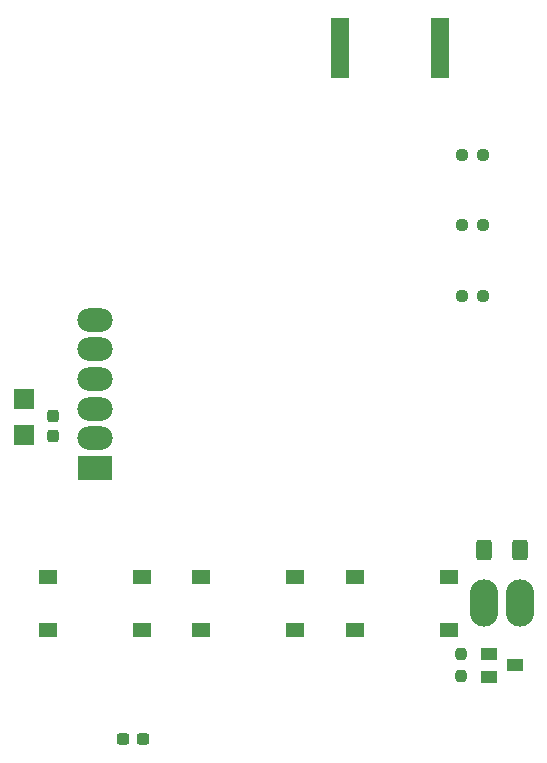
<source format=gtp>
%TF.GenerationSoftware,KiCad,Pcbnew,9.0.4*%
%TF.CreationDate,2025-09-21T10:52:25+02:00*%
%TF.ProjectId,Spoke,53706f6b-652e-46b6-9963-61645f706362,2.0*%
%TF.SameCoordinates,PX5f5e100PY5f5e100*%
%TF.FileFunction,Paste,Top*%
%TF.FilePolarity,Positive*%
%FSLAX46Y46*%
G04 Gerber Fmt 4.6, Leading zero omitted, Abs format (unit mm)*
G04 Created by KiCad (PCBNEW 9.0.4) date 2025-09-21 10:52:25*
%MOMM*%
%LPD*%
G01*
G04 APERTURE LIST*
G04 Aperture macros list*
%AMRoundRect*
0 Rectangle with rounded corners*
0 $1 Rounding radius*
0 $2 $3 $4 $5 $6 $7 $8 $9 X,Y pos of 4 corners*
0 Add a 4 corners polygon primitive as box body*
4,1,4,$2,$3,$4,$5,$6,$7,$8,$9,$2,$3,0*
0 Add four circle primitives for the rounded corners*
1,1,$1+$1,$2,$3*
1,1,$1+$1,$4,$5*
1,1,$1+$1,$6,$7*
1,1,$1+$1,$8,$9*
0 Add four rect primitives between the rounded corners*
20,1,$1+$1,$2,$3,$4,$5,0*
20,1,$1+$1,$4,$5,$6,$7,0*
20,1,$1+$1,$6,$7,$8,$9,0*
20,1,$1+$1,$8,$9,$2,$3,0*%
G04 Aperture macros list end*
%ADD10RoundRect,0.237500X0.237500X-0.300000X0.237500X0.300000X-0.237500X0.300000X-0.237500X-0.300000X0*%
%ADD11RoundRect,0.250000X-0.400000X-0.625000X0.400000X-0.625000X0.400000X0.625000X-0.400000X0.625000X0*%
%ADD12R,1.550000X1.300000*%
%ADD13RoundRect,0.237500X0.237500X-0.250000X0.237500X0.250000X-0.237500X0.250000X-0.237500X-0.250000X0*%
%ADD14O,2.400000X4.000000*%
%ADD15RoundRect,0.237500X0.250000X0.237500X-0.250000X0.237500X-0.250000X-0.237500X0.250000X-0.237500X0*%
%ADD16R,1.800000X1.700000*%
%ADD17RoundRect,0.237500X0.300000X0.237500X-0.300000X0.237500X-0.300000X-0.237500X0.300000X-0.237500X0*%
%ADD18R,3.000000X2.000000*%
%ADD19O,3.000000X2.000000*%
%ADD20R,1.400000X1.000000*%
%ADD21RoundRect,0.237500X-0.250000X-0.237500X0.250000X-0.237500X0.250000X0.237500X-0.250000X0.237500X0*%
%ADD22R,1.500000X5.080000*%
G04 APERTURE END LIST*
D10*
%TO.C,C30*%
X-16500000Y14137500D03*
X-16500000Y15862500D03*
%TD*%
D11*
%TO.C,R38*%
X19950000Y4500000D03*
X23050000Y4500000D03*
%TD*%
D12*
%TO.C,SW2*%
X-3980000Y2250000D03*
X3980000Y2250000D03*
X-3980000Y-2250000D03*
X3980000Y-2250000D03*
%TD*%
%TO.C,SW1*%
X-16980000Y2250000D03*
X-9020000Y2250000D03*
X-16980000Y-2250000D03*
X-9020000Y-2250000D03*
%TD*%
D13*
%TO.C,R37*%
X18000000Y-6112500D03*
X18000000Y-4287500D03*
%TD*%
D14*
%TO.C,J11*%
X23000000Y0D03*
%TD*%
D15*
%TO.C,R10*%
X19912500Y26000000D03*
X18087500Y26000000D03*
%TD*%
D16*
%TO.C,C27*%
X-19000000Y14225000D03*
X-19000000Y17275000D03*
%TD*%
D14*
%TO.C,J10*%
X20000000Y0D03*
%TD*%
D17*
%TO.C,C29*%
X-8887500Y-11500000D03*
X-10612500Y-11500000D03*
%TD*%
D18*
%TO.C,A4*%
X-13000000Y11500000D03*
D19*
X-13000000Y14000000D03*
X-13000000Y16500000D03*
X-13000000Y19000000D03*
X-13000000Y21500000D03*
X-13000000Y24000000D03*
%TD*%
D20*
%TO.C,Q5*%
X20400000Y-4300000D03*
X20400000Y-6200000D03*
X22600000Y-5250000D03*
%TD*%
D21*
%TO.C,R27*%
X18087500Y38000000D03*
X19912500Y38000000D03*
%TD*%
D12*
%TO.C,SW3*%
X9020000Y2250000D03*
X16980000Y2250000D03*
X9020000Y-2250000D03*
X16980000Y-2250000D03*
%TD*%
D21*
%TO.C,R26*%
X18087500Y32000000D03*
X19912500Y32000000D03*
%TD*%
D22*
%TO.C,J12*%
X7750000Y47000000D03*
X16250000Y47000000D03*
%TD*%
M02*

</source>
